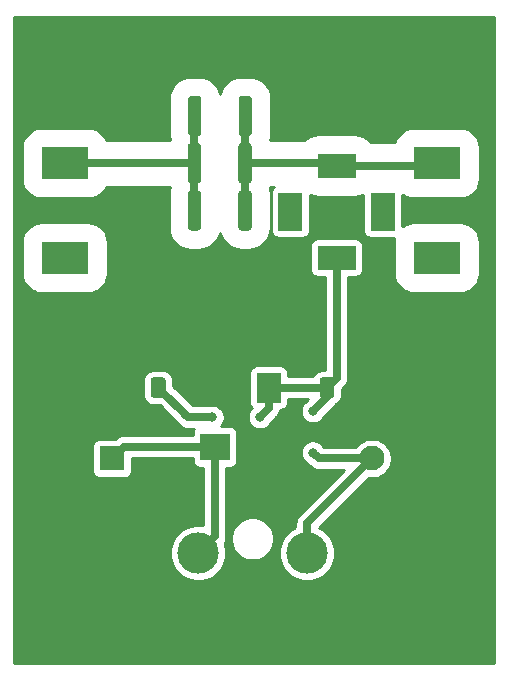
<source format=gbr>
%TF.GenerationSoftware,KiCad,Pcbnew,5.1.6-c6e7f7d~87~ubuntu20.04.1*%
%TF.CreationDate,2020-09-02T03:18:24+02:00*%
%TF.ProjectId,bias-t-injector-smd,62696173-2d74-42d6-996e-6a6563746f72,rev?*%
%TF.SameCoordinates,Original*%
%TF.FileFunction,Copper,L1,Top*%
%TF.FilePolarity,Positive*%
%FSLAX46Y46*%
G04 Gerber Fmt 4.6, Leading zero omitted, Abs format (unit mm)*
G04 Created by KiCad (PCBNEW 5.1.6-c6e7f7d~87~ubuntu20.04.1) date 2020-09-02 03:18:24*
%MOMM*%
%LPD*%
G01*
G04 APERTURE LIST*
%TA.AperFunction,ComponentPad*%
%ADD10R,4.000000X2.700000*%
%TD*%
%TA.AperFunction,ComponentPad*%
%ADD11C,2.100000*%
%TD*%
%TA.AperFunction,ComponentPad*%
%ADD12R,2.100000X2.100000*%
%TD*%
%TA.AperFunction,ComponentPad*%
%ADD13C,7.500000*%
%TD*%
%TA.AperFunction,SMDPad,CuDef*%
%ADD14R,2.000000X2.500000*%
%TD*%
%TA.AperFunction,SMDPad,CuDef*%
%ADD15R,2.500000X2.300000*%
%TD*%
%TA.AperFunction,ComponentPad*%
%ADD16C,3.500000*%
%TD*%
%TA.AperFunction,SMDPad,CuDef*%
%ADD17R,3.200000X2.000000*%
%TD*%
%TA.AperFunction,ConnectorPad*%
%ADD18R,2.000000X3.200000*%
%TD*%
%TA.AperFunction,SMDPad,CuDef*%
%ADD19R,2.000000X3.200000*%
%TD*%
%TA.AperFunction,ViaPad*%
%ADD20C,0.800000*%
%TD*%
%TA.AperFunction,Conductor*%
%ADD21C,0.700000*%
%TD*%
%TA.AperFunction,Conductor*%
%ADD22C,0.254000*%
%TD*%
G04 APERTURE END LIST*
D10*
%TO.P,J1,2*%
%TO.N,/RF-GND*%
X42000000Y-40000000D03*
%TO.P,J1,1*%
%TO.N,/RF*%
X42000000Y-32000000D03*
%TD*%
D11*
%TO.P,J2,2*%
%TO.N,/GND*%
X46000000Y-54460000D03*
D12*
%TO.P,J2,1*%
%TO.N,Net-(D1-Pad1)*%
X46000000Y-57000000D03*
%TD*%
D10*
%TO.P,J3,2*%
%TO.N,/RF-GND*%
X73500000Y-40000000D03*
%TO.P,J3,1*%
%TO.N,/RF+DC*%
X73500000Y-32000000D03*
%TD*%
D11*
%TO.P,LA1,2*%
%TO.N,Net-(C2-Pad1)*%
X68000000Y-57000000D03*
D12*
%TO.P,LA1,1*%
%TO.N,/GND*%
X68000000Y-54460000D03*
%TD*%
D13*
%TO.P,H1,1*%
%TO.N,/GND*%
X44500000Y-23500000D03*
%TD*%
%TO.P,H2,1*%
%TO.N,/GND*%
X71000000Y-70500000D03*
%TD*%
%TO.P,H3,1*%
%TO.N,/GND*%
X44500000Y-70500000D03*
%TD*%
%TO.P,H4,1*%
%TO.N,/GND*%
X71000000Y-23500000D03*
%TD*%
%TO.P,C1,1*%
%TO.N,/RF+DC*%
%TA.AperFunction,SMDPad,CuDef*%
G36*
G01*
X57812500Y-34549999D02*
X57812500Y-37450001D01*
G75*
G02*
X57562501Y-37700000I-249999J0D01*
G01*
X56937499Y-37700000D01*
G75*
G02*
X56687500Y-37450001I0J249999D01*
G01*
X56687500Y-34549999D01*
G75*
G02*
X56937499Y-34300000I249999J0D01*
G01*
X57562501Y-34300000D01*
G75*
G02*
X57812500Y-34549999I0J-249999D01*
G01*
G37*
%TD.AperFunction*%
%TO.P,C1,2*%
%TO.N,/RF*%
%TA.AperFunction,SMDPad,CuDef*%
G36*
G01*
X53537500Y-34549999D02*
X53537500Y-37450001D01*
G75*
G02*
X53287501Y-37700000I-249999J0D01*
G01*
X52662499Y-37700000D01*
G75*
G02*
X52412500Y-37450001I0J249999D01*
G01*
X52412500Y-34549999D01*
G75*
G02*
X52662499Y-34300000I249999J0D01*
G01*
X53287501Y-34300000D01*
G75*
G02*
X53537500Y-34549999I0J-249999D01*
G01*
G37*
%TD.AperFunction*%
%TD*%
%TO.P,C2,2*%
%TO.N,/GND*%
%TA.AperFunction,SMDPad,CuDef*%
G36*
G01*
X47725000Y-50375000D02*
X47725000Y-51625000D01*
G75*
G02*
X47475000Y-51875000I-250000J0D01*
G01*
X46725000Y-51875000D01*
G75*
G02*
X46475000Y-51625000I0J250000D01*
G01*
X46475000Y-50375000D01*
G75*
G02*
X46725000Y-50125000I250000J0D01*
G01*
X47475000Y-50125000D01*
G75*
G02*
X47725000Y-50375000I0J-250000D01*
G01*
G37*
%TD.AperFunction*%
%TO.P,C2,1*%
%TO.N,Net-(C2-Pad1)*%
%TA.AperFunction,SMDPad,CuDef*%
G36*
G01*
X50525000Y-50375000D02*
X50525000Y-51625000D01*
G75*
G02*
X50275000Y-51875000I-250000J0D01*
G01*
X49525000Y-51875000D01*
G75*
G02*
X49275000Y-51625000I0J250000D01*
G01*
X49275000Y-50375000D01*
G75*
G02*
X49525000Y-50125000I250000J0D01*
G01*
X50275000Y-50125000D01*
G75*
G02*
X50525000Y-50375000I0J-250000D01*
G01*
G37*
%TD.AperFunction*%
%TD*%
%TO.P,C3,1*%
%TO.N,Net-(C2-Pad1)*%
%TA.AperFunction,SMDPad,CuDef*%
G36*
G01*
X63575000Y-51625000D02*
X63575000Y-50375000D01*
G75*
G02*
X63825000Y-50125000I250000J0D01*
G01*
X64575000Y-50125000D01*
G75*
G02*
X64825000Y-50375000I0J-250000D01*
G01*
X64825000Y-51625000D01*
G75*
G02*
X64575000Y-51875000I-250000J0D01*
G01*
X63825000Y-51875000D01*
G75*
G02*
X63575000Y-51625000I0J250000D01*
G01*
G37*
%TD.AperFunction*%
%TO.P,C3,2*%
%TO.N,/GND*%
%TA.AperFunction,SMDPad,CuDef*%
G36*
G01*
X66375000Y-51625000D02*
X66375000Y-50375000D01*
G75*
G02*
X66625000Y-50125000I250000J0D01*
G01*
X67375000Y-50125000D01*
G75*
G02*
X67625000Y-50375000I0J-250000D01*
G01*
X67625000Y-51625000D01*
G75*
G02*
X67375000Y-51875000I-250000J0D01*
G01*
X66625000Y-51875000D01*
G75*
G02*
X66375000Y-51625000I0J250000D01*
G01*
G37*
%TD.AperFunction*%
%TD*%
D14*
%TO.P,C4,1*%
%TO.N,Net-(C2-Pad1)*%
X59250000Y-51000000D03*
%TO.P,C4,2*%
%TO.N,/GND*%
X53750000Y-51000000D03*
%TD*%
%TO.P,C5,1*%
%TO.N,/RF+DC*%
%TA.AperFunction,SMDPad,CuDef*%
G36*
G01*
X57812500Y-30549999D02*
X57812500Y-33450001D01*
G75*
G02*
X57562501Y-33700000I-249999J0D01*
G01*
X56937499Y-33700000D01*
G75*
G02*
X56687500Y-33450001I0J249999D01*
G01*
X56687500Y-30549999D01*
G75*
G02*
X56937499Y-30300000I249999J0D01*
G01*
X57562501Y-30300000D01*
G75*
G02*
X57812500Y-30549999I0J-249999D01*
G01*
G37*
%TD.AperFunction*%
%TO.P,C5,2*%
%TO.N,/RF*%
%TA.AperFunction,SMDPad,CuDef*%
G36*
G01*
X53537500Y-30549999D02*
X53537500Y-33450001D01*
G75*
G02*
X53287501Y-33700000I-249999J0D01*
G01*
X52662499Y-33700000D01*
G75*
G02*
X52412500Y-33450001I0J249999D01*
G01*
X52412500Y-30549999D01*
G75*
G02*
X52662499Y-30300000I249999J0D01*
G01*
X53287501Y-30300000D01*
G75*
G02*
X53537500Y-30549999I0J-249999D01*
G01*
G37*
%TD.AperFunction*%
%TD*%
%TO.P,C6,2*%
%TO.N,/RF*%
%TA.AperFunction,SMDPad,CuDef*%
G36*
G01*
X53562500Y-26549999D02*
X53562500Y-29450001D01*
G75*
G02*
X53312501Y-29700000I-249999J0D01*
G01*
X52687499Y-29700000D01*
G75*
G02*
X52437500Y-29450001I0J249999D01*
G01*
X52437500Y-26549999D01*
G75*
G02*
X52687499Y-26300000I249999J0D01*
G01*
X53312501Y-26300000D01*
G75*
G02*
X53562500Y-26549999I0J-249999D01*
G01*
G37*
%TD.AperFunction*%
%TO.P,C6,1*%
%TO.N,/RF+DC*%
%TA.AperFunction,SMDPad,CuDef*%
G36*
G01*
X57837500Y-26549999D02*
X57837500Y-29450001D01*
G75*
G02*
X57587501Y-29700000I-249999J0D01*
G01*
X56962499Y-29700000D01*
G75*
G02*
X56712500Y-29450001I0J249999D01*
G01*
X56712500Y-26549999D01*
G75*
G02*
X56962499Y-26300000I249999J0D01*
G01*
X57587501Y-26300000D01*
G75*
G02*
X57837500Y-26549999I0J-249999D01*
G01*
G37*
%TD.AperFunction*%
%TD*%
D15*
%TO.P,D1,1*%
%TO.N,Net-(D1-Pad1)*%
X54700000Y-56000000D03*
%TO.P,D1,2*%
%TO.N,/GND*%
X59000000Y-56000000D03*
%TD*%
D16*
%TO.P,F1,1*%
%TO.N,Net-(C2-Pad1)*%
X62500000Y-65000000D03*
%TO.P,F1,2*%
%TO.N,Net-(D1-Pad1)*%
X53300000Y-65000000D03*
%TD*%
D17*
%TO.P,L2,1*%
%TO.N,/RF+DC*%
X65000000Y-32200000D03*
%TO.P,L2,2*%
%TO.N,Net-(C2-Pad1)*%
X65000000Y-40000000D03*
D18*
%TO.P,L2,3*%
%TO.N,N/C*%
X61100000Y-36100000D03*
D19*
%TO.P,L2,4*%
X68900000Y-36100000D03*
%TD*%
D20*
%TO.N,Net-(C2-Pad1)*%
X63000000Y-56500000D03*
X63000000Y-53000000D03*
X54500000Y-53500000D03*
X58500000Y-53500000D03*
%TD*%
D21*
%TO.N,/RF+DC*%
X57250000Y-36000000D02*
X57250000Y-32000000D01*
X57250000Y-28025000D02*
X57275000Y-28000000D01*
X57250000Y-32000000D02*
X57250000Y-28025000D01*
X64800000Y-32000000D02*
X65000000Y-32200000D01*
X57250000Y-32000000D02*
X64800000Y-32000000D01*
X73300000Y-32200000D02*
X73500000Y-32000000D01*
X65000000Y-32200000D02*
X73300000Y-32200000D01*
%TO.N,/RF*%
X42000000Y-32000000D02*
X52975000Y-32000000D01*
X52975000Y-28025000D02*
X53000000Y-28000000D01*
X52975000Y-32000000D02*
X52975000Y-28025000D01*
X52975000Y-36000000D02*
X52975000Y-32000000D01*
%TO.N,Net-(D1-Pad1)*%
X47000000Y-56000000D02*
X46000000Y-57000000D01*
X54700000Y-56000000D02*
X47000000Y-56000000D01*
X54700000Y-63600000D02*
X53300000Y-65000000D01*
X54700000Y-56000000D02*
X54700000Y-63600000D01*
%TO.N,/GND*%
X60540000Y-54460000D02*
X59000000Y-56000000D01*
X68000000Y-54460000D02*
X60540000Y-54460000D01*
X67000000Y-53460000D02*
X68000000Y-54460000D01*
X67000000Y-51000000D02*
X67000000Y-53460000D01*
X55000000Y-52000000D02*
X59000000Y-56000000D01*
X55000000Y-51000000D02*
X55000000Y-52000000D01*
X55000000Y-51000000D02*
X53750000Y-51000000D01*
X46000000Y-52100000D02*
X47100000Y-51000000D01*
X46000000Y-54460000D02*
X46000000Y-52100000D01*
%TO.N,Net-(C2-Pad1)*%
X65000000Y-50200000D02*
X64200000Y-51000000D01*
X65000000Y-40000000D02*
X65000000Y-50200000D01*
X64200000Y-51000000D02*
X60500000Y-51000000D01*
X60500000Y-51000000D02*
X59250000Y-51000000D01*
X62500000Y-62500000D02*
X68000000Y-57000000D01*
X62500000Y-65000000D02*
X62500000Y-62500000D01*
X68000000Y-57000000D02*
X63500000Y-57000000D01*
X63500000Y-57000000D02*
X63000000Y-56500000D01*
X64200000Y-51800000D02*
X63000000Y-53000000D01*
X64200000Y-51000000D02*
X64200000Y-51800000D01*
X49900000Y-51000000D02*
X52400000Y-53500000D01*
X53009998Y-53500000D02*
X54500000Y-53500000D01*
X52400000Y-53500000D02*
X52199999Y-53299999D01*
X59250000Y-52750000D02*
X58500000Y-53500000D01*
X59250000Y-51000000D02*
X59250000Y-52750000D01*
X53009998Y-53500000D02*
X52400000Y-53500000D01*
%TD*%
D22*
%TO.N,/GND*%
G36*
X78340001Y-74340000D02*
G01*
X37660000Y-74340000D01*
X37660000Y-55950000D01*
X44311928Y-55950000D01*
X44311928Y-58050000D01*
X44324188Y-58174482D01*
X44360498Y-58294180D01*
X44419463Y-58404494D01*
X44498815Y-58501185D01*
X44595506Y-58580537D01*
X44705820Y-58639502D01*
X44825518Y-58675812D01*
X44950000Y-58688072D01*
X47050000Y-58688072D01*
X47174482Y-58675812D01*
X47294180Y-58639502D01*
X47404494Y-58580537D01*
X47501185Y-58501185D01*
X47580537Y-58404494D01*
X47639502Y-58294180D01*
X47675812Y-58174482D01*
X47688072Y-58050000D01*
X47688072Y-56985000D01*
X52811928Y-56985000D01*
X52811928Y-57150000D01*
X52824188Y-57274482D01*
X52860498Y-57394180D01*
X52919463Y-57504494D01*
X52998815Y-57601185D01*
X53095506Y-57680537D01*
X53205820Y-57739502D01*
X53325518Y-57775812D01*
X53450000Y-57788072D01*
X53715000Y-57788072D01*
X53715001Y-62650824D01*
X53534902Y-62615000D01*
X53065098Y-62615000D01*
X52604321Y-62706654D01*
X52170279Y-62886440D01*
X51779651Y-63147450D01*
X51447450Y-63479651D01*
X51186440Y-63870279D01*
X51006654Y-64304321D01*
X50915000Y-64765098D01*
X50915000Y-65234902D01*
X51006654Y-65695679D01*
X51186440Y-66129721D01*
X51447450Y-66520349D01*
X51779651Y-66852550D01*
X52170279Y-67113560D01*
X52604321Y-67293346D01*
X53065098Y-67385000D01*
X53534902Y-67385000D01*
X53995679Y-67293346D01*
X54429721Y-67113560D01*
X54820349Y-66852550D01*
X55152550Y-66520349D01*
X55413560Y-66129721D01*
X55593346Y-65695679D01*
X55685000Y-65234902D01*
X55685000Y-64765098D01*
X55593346Y-64304321D01*
X55526575Y-64143121D01*
X55614424Y-63978767D01*
X55670747Y-63793094D01*
X55685000Y-63648380D01*
X55687867Y-63619268D01*
X56065000Y-63619268D01*
X56065000Y-63980732D01*
X56135518Y-64335250D01*
X56273844Y-64669199D01*
X56474662Y-64969744D01*
X56730256Y-65225338D01*
X57030801Y-65426156D01*
X57364750Y-65564482D01*
X57719268Y-65635000D01*
X58080732Y-65635000D01*
X58435250Y-65564482D01*
X58769199Y-65426156D01*
X59069744Y-65225338D01*
X59325338Y-64969744D01*
X59462078Y-64765098D01*
X60115000Y-64765098D01*
X60115000Y-65234902D01*
X60206654Y-65695679D01*
X60386440Y-66129721D01*
X60647450Y-66520349D01*
X60979651Y-66852550D01*
X61370279Y-67113560D01*
X61804321Y-67293346D01*
X62265098Y-67385000D01*
X62734902Y-67385000D01*
X63195679Y-67293346D01*
X63629721Y-67113560D01*
X64020349Y-66852550D01*
X64352550Y-66520349D01*
X64613560Y-66129721D01*
X64793346Y-65695679D01*
X64885000Y-65234902D01*
X64885000Y-64765098D01*
X64793346Y-64304321D01*
X64613560Y-63870279D01*
X64352550Y-63479651D01*
X64020349Y-63147450D01*
X63629721Y-62886440D01*
X63542633Y-62850367D01*
X67728913Y-58664088D01*
X67834042Y-58685000D01*
X68165958Y-58685000D01*
X68491496Y-58620246D01*
X68798147Y-58493228D01*
X69074125Y-58308825D01*
X69308825Y-58074125D01*
X69493228Y-57798147D01*
X69620246Y-57491496D01*
X69685000Y-57165958D01*
X69685000Y-56834042D01*
X69620246Y-56508504D01*
X69493228Y-56201853D01*
X69308825Y-55925875D01*
X69074125Y-55691175D01*
X68798147Y-55506772D01*
X68491496Y-55379754D01*
X68165958Y-55315000D01*
X67834042Y-55315000D01*
X67508504Y-55379754D01*
X67201853Y-55506772D01*
X66925875Y-55691175D01*
X66691175Y-55925875D01*
X66631623Y-56015000D01*
X63919382Y-56015000D01*
X63917205Y-56009744D01*
X63803937Y-55840226D01*
X63659774Y-55696063D01*
X63490256Y-55582795D01*
X63301898Y-55504774D01*
X63101939Y-55465000D01*
X62898061Y-55465000D01*
X62698102Y-55504774D01*
X62509744Y-55582795D01*
X62340226Y-55696063D01*
X62196063Y-55840226D01*
X62082795Y-56009744D01*
X62004774Y-56198102D01*
X61965000Y-56398061D01*
X61965000Y-56601939D01*
X62004774Y-56801898D01*
X62082795Y-56990256D01*
X62196063Y-57159774D01*
X62340226Y-57303937D01*
X62509744Y-57417205D01*
X62534431Y-57427431D01*
X62769284Y-57662284D01*
X62800130Y-57699870D01*
X62950116Y-57822960D01*
X63121233Y-57914424D01*
X63306906Y-57970747D01*
X63500000Y-57989765D01*
X63548380Y-57985000D01*
X65621999Y-57985000D01*
X61837711Y-61769289D01*
X61800131Y-61800130D01*
X61677041Y-61950116D01*
X61631393Y-62035518D01*
X61585576Y-62121234D01*
X61529253Y-62306907D01*
X61510235Y-62500000D01*
X61515001Y-62548390D01*
X61515001Y-62826494D01*
X61370279Y-62886440D01*
X60979651Y-63147450D01*
X60647450Y-63479651D01*
X60386440Y-63870279D01*
X60206654Y-64304321D01*
X60115000Y-64765098D01*
X59462078Y-64765098D01*
X59526156Y-64669199D01*
X59664482Y-64335250D01*
X59735000Y-63980732D01*
X59735000Y-63619268D01*
X59664482Y-63264750D01*
X59526156Y-62930801D01*
X59325338Y-62630256D01*
X59069744Y-62374662D01*
X58769199Y-62173844D01*
X58435250Y-62035518D01*
X58080732Y-61965000D01*
X57719268Y-61965000D01*
X57364750Y-62035518D01*
X57030801Y-62173844D01*
X56730256Y-62374662D01*
X56474662Y-62630256D01*
X56273844Y-62930801D01*
X56135518Y-63264750D01*
X56065000Y-63619268D01*
X55687867Y-63619268D01*
X55689765Y-63600000D01*
X55685000Y-63551620D01*
X55685000Y-57788072D01*
X55950000Y-57788072D01*
X56074482Y-57775812D01*
X56194180Y-57739502D01*
X56304494Y-57680537D01*
X56401185Y-57601185D01*
X56480537Y-57504494D01*
X56539502Y-57394180D01*
X56575812Y-57274482D01*
X56588072Y-57150000D01*
X56588072Y-54850000D01*
X56575812Y-54725518D01*
X56539502Y-54605820D01*
X56480537Y-54495506D01*
X56401185Y-54398815D01*
X56304494Y-54319463D01*
X56194180Y-54260498D01*
X56074482Y-54224188D01*
X55950000Y-54211928D01*
X55251783Y-54211928D01*
X55303937Y-54159774D01*
X55417205Y-53990256D01*
X55495226Y-53801898D01*
X55535000Y-53601939D01*
X55535000Y-53398061D01*
X57465000Y-53398061D01*
X57465000Y-53601939D01*
X57504774Y-53801898D01*
X57582795Y-53990256D01*
X57696063Y-54159774D01*
X57840226Y-54303937D01*
X58009744Y-54417205D01*
X58198102Y-54495226D01*
X58398061Y-54535000D01*
X58601939Y-54535000D01*
X58801898Y-54495226D01*
X58990256Y-54417205D01*
X59159774Y-54303937D01*
X59303937Y-54159774D01*
X59417205Y-53990256D01*
X59427431Y-53965569D01*
X59912284Y-53480716D01*
X59949870Y-53449870D01*
X60072960Y-53299884D01*
X60164424Y-53128767D01*
X60220747Y-52943094D01*
X60226166Y-52888072D01*
X60250000Y-52888072D01*
X60374482Y-52875812D01*
X60494180Y-52839502D01*
X60604494Y-52780537D01*
X60701185Y-52701185D01*
X60780537Y-52604494D01*
X60839502Y-52494180D01*
X60875812Y-52374482D01*
X60888072Y-52250000D01*
X60888072Y-51985000D01*
X62622000Y-51985000D01*
X62534431Y-52072569D01*
X62509744Y-52082795D01*
X62340226Y-52196063D01*
X62196063Y-52340226D01*
X62082795Y-52509744D01*
X62004774Y-52698102D01*
X61965000Y-52898061D01*
X61965000Y-53101939D01*
X62004774Y-53301898D01*
X62082795Y-53490256D01*
X62196063Y-53659774D01*
X62340226Y-53803937D01*
X62509744Y-53917205D01*
X62698102Y-53995226D01*
X62898061Y-54035000D01*
X63101939Y-54035000D01*
X63301898Y-53995226D01*
X63490256Y-53917205D01*
X63659774Y-53803937D01*
X63803937Y-53659774D01*
X63917205Y-53490256D01*
X63927431Y-53465569D01*
X64862284Y-52530716D01*
X64899870Y-52499870D01*
X64967694Y-52417226D01*
X65068386Y-52363405D01*
X65202962Y-52252962D01*
X65313405Y-52118386D01*
X65395472Y-51964850D01*
X65446008Y-51798254D01*
X65463072Y-51625000D01*
X65463072Y-51129929D01*
X65662289Y-50930712D01*
X65699870Y-50899870D01*
X65822960Y-50749884D01*
X65914424Y-50578767D01*
X65970747Y-50393094D01*
X65985000Y-50248380D01*
X65989765Y-50200000D01*
X65985000Y-50151620D01*
X65985000Y-41638072D01*
X66600000Y-41638072D01*
X66724482Y-41625812D01*
X66844180Y-41589502D01*
X66954494Y-41530537D01*
X67051185Y-41451185D01*
X67130537Y-41354494D01*
X67189502Y-41244180D01*
X67225812Y-41124482D01*
X67238072Y-41000000D01*
X67238072Y-39000000D01*
X67225812Y-38875518D01*
X67189502Y-38755820D01*
X67130537Y-38645506D01*
X67051185Y-38548815D01*
X66954494Y-38469463D01*
X66844180Y-38410498D01*
X66724482Y-38374188D01*
X66600000Y-38361928D01*
X63400000Y-38361928D01*
X63275518Y-38374188D01*
X63155820Y-38410498D01*
X63045506Y-38469463D01*
X62948815Y-38548815D01*
X62869463Y-38645506D01*
X62810498Y-38755820D01*
X62774188Y-38875518D01*
X62761928Y-39000000D01*
X62761928Y-41000000D01*
X62774188Y-41124482D01*
X62810498Y-41244180D01*
X62869463Y-41354494D01*
X62948815Y-41451185D01*
X63045506Y-41530537D01*
X63155820Y-41589502D01*
X63275518Y-41625812D01*
X63400000Y-41638072D01*
X64015000Y-41638072D01*
X64015001Y-49486928D01*
X63825000Y-49486928D01*
X63651746Y-49503992D01*
X63485150Y-49554528D01*
X63331614Y-49636595D01*
X63197038Y-49747038D01*
X63086595Y-49881614D01*
X63015298Y-50015000D01*
X60888072Y-50015000D01*
X60888072Y-49750000D01*
X60875812Y-49625518D01*
X60839502Y-49505820D01*
X60780537Y-49395506D01*
X60701185Y-49298815D01*
X60604494Y-49219463D01*
X60494180Y-49160498D01*
X60374482Y-49124188D01*
X60250000Y-49111928D01*
X58250000Y-49111928D01*
X58125518Y-49124188D01*
X58005820Y-49160498D01*
X57895506Y-49219463D01*
X57798815Y-49298815D01*
X57719463Y-49395506D01*
X57660498Y-49505820D01*
X57624188Y-49625518D01*
X57611928Y-49750000D01*
X57611928Y-52250000D01*
X57624188Y-52374482D01*
X57660498Y-52494180D01*
X57719463Y-52604494D01*
X57798815Y-52701185D01*
X57818747Y-52717542D01*
X57696063Y-52840226D01*
X57582795Y-53009744D01*
X57504774Y-53198102D01*
X57465000Y-53398061D01*
X55535000Y-53398061D01*
X55495226Y-53198102D01*
X55417205Y-53009744D01*
X55303937Y-52840226D01*
X55159774Y-52696063D01*
X54990256Y-52582795D01*
X54801898Y-52504774D01*
X54601939Y-52465000D01*
X54398061Y-52465000D01*
X54198102Y-52504774D01*
X54173414Y-52515000D01*
X52808001Y-52515000D01*
X51163072Y-50870072D01*
X51163072Y-50375000D01*
X51146008Y-50201746D01*
X51095472Y-50035150D01*
X51013405Y-49881614D01*
X50902962Y-49747038D01*
X50768386Y-49636595D01*
X50614850Y-49554528D01*
X50448254Y-49503992D01*
X50275000Y-49486928D01*
X49525000Y-49486928D01*
X49351746Y-49503992D01*
X49185150Y-49554528D01*
X49031614Y-49636595D01*
X48897038Y-49747038D01*
X48786595Y-49881614D01*
X48704528Y-50035150D01*
X48653992Y-50201746D01*
X48636928Y-50375000D01*
X48636928Y-51625000D01*
X48653992Y-51798254D01*
X48704528Y-51964850D01*
X48786595Y-52118386D01*
X48897038Y-52252962D01*
X49031614Y-52363405D01*
X49185150Y-52445472D01*
X49351746Y-52496008D01*
X49525000Y-52513072D01*
X50020072Y-52513072D01*
X51669289Y-54162290D01*
X51700130Y-54199870D01*
X51850116Y-54322960D01*
X51992031Y-54398815D01*
X52021233Y-54414424D01*
X52206906Y-54470747D01*
X52399999Y-54489765D01*
X52400000Y-54489765D01*
X52448380Y-54485000D01*
X52928085Y-54485000D01*
X52919463Y-54495506D01*
X52860498Y-54605820D01*
X52824188Y-54725518D01*
X52811928Y-54850000D01*
X52811928Y-55015000D01*
X47048380Y-55015000D01*
X47000000Y-55010235D01*
X46951620Y-55015000D01*
X46806906Y-55029253D01*
X46621233Y-55085576D01*
X46450116Y-55177040D01*
X46300130Y-55300130D01*
X46290448Y-55311928D01*
X44950000Y-55311928D01*
X44825518Y-55324188D01*
X44705820Y-55360498D01*
X44595506Y-55419463D01*
X44498815Y-55498815D01*
X44419463Y-55595506D01*
X44360498Y-55705820D01*
X44324188Y-55825518D01*
X44311928Y-55950000D01*
X37660000Y-55950000D01*
X37660000Y-38650000D01*
X38365128Y-38650000D01*
X38365128Y-41350000D01*
X38396542Y-41668948D01*
X38489575Y-41975638D01*
X38640654Y-42258286D01*
X38843971Y-42506029D01*
X39091714Y-42709346D01*
X39374362Y-42860425D01*
X39681052Y-42953458D01*
X40000000Y-42984872D01*
X44000000Y-42984872D01*
X44318948Y-42953458D01*
X44625638Y-42860425D01*
X44908286Y-42709346D01*
X45156029Y-42506029D01*
X45359346Y-42258286D01*
X45510425Y-41975638D01*
X45603458Y-41668948D01*
X45634872Y-41350000D01*
X45634872Y-38650000D01*
X45603458Y-38331052D01*
X45510425Y-38024362D01*
X45359346Y-37741714D01*
X45156029Y-37493971D01*
X44908286Y-37290654D01*
X44625638Y-37139575D01*
X44318948Y-37046542D01*
X44000000Y-37015128D01*
X40000000Y-37015128D01*
X39681052Y-37046542D01*
X39374362Y-37139575D01*
X39091714Y-37290654D01*
X38843971Y-37493971D01*
X38640654Y-37741714D01*
X38489575Y-38024362D01*
X38396542Y-38331052D01*
X38365128Y-38650000D01*
X37660000Y-38650000D01*
X37660000Y-30650000D01*
X38365128Y-30650000D01*
X38365128Y-33350000D01*
X38396542Y-33668948D01*
X38489575Y-33975638D01*
X38640654Y-34258286D01*
X38843971Y-34506029D01*
X39091714Y-34709346D01*
X39374362Y-34860425D01*
X39681052Y-34953458D01*
X40000000Y-34984872D01*
X44000000Y-34984872D01*
X44318948Y-34953458D01*
X44625638Y-34860425D01*
X44908286Y-34709346D01*
X45156029Y-34506029D01*
X45359346Y-34258286D01*
X45509697Y-33977000D01*
X50862162Y-33977000D01*
X50869139Y-34000000D01*
X50813845Y-34182279D01*
X50777628Y-34549999D01*
X50777628Y-37450001D01*
X50813845Y-37817721D01*
X50921105Y-38171310D01*
X51095286Y-38497179D01*
X51329694Y-38782806D01*
X51615321Y-39017214D01*
X51941190Y-39191395D01*
X52294779Y-39298655D01*
X52662499Y-39334872D01*
X53287501Y-39334872D01*
X53655221Y-39298655D01*
X54008810Y-39191395D01*
X54334679Y-39017214D01*
X54620306Y-38782806D01*
X54854714Y-38497179D01*
X55028895Y-38171310D01*
X55112500Y-37895701D01*
X55196105Y-38171310D01*
X55370286Y-38497179D01*
X55604694Y-38782806D01*
X55890321Y-39017214D01*
X56216190Y-39191395D01*
X56569779Y-39298655D01*
X56937499Y-39334872D01*
X57562501Y-39334872D01*
X57930221Y-39298655D01*
X58283810Y-39191395D01*
X58609679Y-39017214D01*
X58895306Y-38782806D01*
X59129714Y-38497179D01*
X59303895Y-38171310D01*
X59411155Y-37817721D01*
X59447372Y-37450001D01*
X59447372Y-34549999D01*
X59411155Y-34182279D01*
X59355861Y-34000000D01*
X59362838Y-33977000D01*
X59736322Y-33977000D01*
X59648815Y-34048815D01*
X59569463Y-34145506D01*
X59510498Y-34255820D01*
X59474188Y-34375518D01*
X59461928Y-34500000D01*
X59461928Y-37700000D01*
X59474188Y-37824482D01*
X59510498Y-37944180D01*
X59569463Y-38054494D01*
X59648815Y-38151185D01*
X59745506Y-38230537D01*
X59855820Y-38289502D01*
X59975518Y-38325812D01*
X60100000Y-38338072D01*
X62100000Y-38338072D01*
X62224482Y-38325812D01*
X62344180Y-38289502D01*
X62454494Y-38230537D01*
X62551185Y-38151185D01*
X62630537Y-38054494D01*
X62689502Y-37944180D01*
X62725812Y-37824482D01*
X62738072Y-37700000D01*
X62738072Y-34691028D01*
X62774362Y-34710425D01*
X63081052Y-34803458D01*
X63400000Y-34834872D01*
X66600000Y-34834872D01*
X66918948Y-34803458D01*
X67225638Y-34710425D01*
X67261928Y-34691028D01*
X67261928Y-37700000D01*
X67274188Y-37824482D01*
X67310498Y-37944180D01*
X67369463Y-38054494D01*
X67448815Y-38151185D01*
X67545506Y-38230537D01*
X67655820Y-38289502D01*
X67775518Y-38325812D01*
X67900000Y-38338072D01*
X69895851Y-38338072D01*
X69865128Y-38650000D01*
X69865128Y-41350000D01*
X69896542Y-41668948D01*
X69989575Y-41975638D01*
X70140654Y-42258286D01*
X70343971Y-42506029D01*
X70591714Y-42709346D01*
X70874362Y-42860425D01*
X71181052Y-42953458D01*
X71500000Y-42984872D01*
X75500000Y-42984872D01*
X75818948Y-42953458D01*
X76125638Y-42860425D01*
X76408286Y-42709346D01*
X76656029Y-42506029D01*
X76859346Y-42258286D01*
X77010425Y-41975638D01*
X77103458Y-41668948D01*
X77134872Y-41350000D01*
X77134872Y-38650000D01*
X77103458Y-38331052D01*
X77010425Y-38024362D01*
X76859346Y-37741714D01*
X76656029Y-37493971D01*
X76408286Y-37290654D01*
X76125638Y-37139575D01*
X75818948Y-37046542D01*
X75500000Y-37015128D01*
X71500000Y-37015128D01*
X71181052Y-37046542D01*
X70874362Y-37139575D01*
X70591714Y-37290654D01*
X70538072Y-37334677D01*
X70538072Y-34665323D01*
X70591714Y-34709346D01*
X70874362Y-34860425D01*
X71181052Y-34953458D01*
X71500000Y-34984872D01*
X75500000Y-34984872D01*
X75818948Y-34953458D01*
X76125638Y-34860425D01*
X76408286Y-34709346D01*
X76656029Y-34506029D01*
X76859346Y-34258286D01*
X77010425Y-33975638D01*
X77103458Y-33668948D01*
X77134872Y-33350000D01*
X77134872Y-30650000D01*
X77103458Y-30331052D01*
X77010425Y-30024362D01*
X76859346Y-29741714D01*
X76656029Y-29493971D01*
X76408286Y-29290654D01*
X76125638Y-29139575D01*
X75818948Y-29046542D01*
X75500000Y-29015128D01*
X71500000Y-29015128D01*
X71181052Y-29046542D01*
X70874362Y-29139575D01*
X70591714Y-29290654D01*
X70343971Y-29493971D01*
X70140654Y-29741714D01*
X69989575Y-30024362D01*
X69929319Y-30223000D01*
X67902954Y-30223000D01*
X67756029Y-30043971D01*
X67508286Y-29840654D01*
X67225638Y-29689575D01*
X66918948Y-29596542D01*
X66600000Y-29565128D01*
X63400000Y-29565128D01*
X63081052Y-29596542D01*
X62774362Y-29689575D01*
X62491714Y-29840654D01*
X62269524Y-30023000D01*
X59373884Y-30023000D01*
X59436155Y-29817721D01*
X59472372Y-29450001D01*
X59472372Y-26549999D01*
X59436155Y-26182279D01*
X59328895Y-25828690D01*
X59154714Y-25502821D01*
X58920306Y-25217194D01*
X58634679Y-24982786D01*
X58308810Y-24808605D01*
X57955221Y-24701345D01*
X57587501Y-24665128D01*
X56962499Y-24665128D01*
X56594779Y-24701345D01*
X56241190Y-24808605D01*
X55915321Y-24982786D01*
X55629694Y-25217194D01*
X55395286Y-25502821D01*
X55221105Y-25828690D01*
X55137500Y-26104299D01*
X55053895Y-25828690D01*
X54879714Y-25502821D01*
X54645306Y-25217194D01*
X54359679Y-24982786D01*
X54033810Y-24808605D01*
X53680221Y-24701345D01*
X53312501Y-24665128D01*
X52687499Y-24665128D01*
X52319779Y-24701345D01*
X51966190Y-24808605D01*
X51640321Y-24982786D01*
X51354694Y-25217194D01*
X51120286Y-25502821D01*
X50946105Y-25828690D01*
X50838845Y-26182279D01*
X50802628Y-26549999D01*
X50802628Y-29450001D01*
X50838845Y-29817721D01*
X50881639Y-29958793D01*
X50862162Y-30023000D01*
X45509697Y-30023000D01*
X45359346Y-29741714D01*
X45156029Y-29493971D01*
X44908286Y-29290654D01*
X44625638Y-29139575D01*
X44318948Y-29046542D01*
X44000000Y-29015128D01*
X40000000Y-29015128D01*
X39681052Y-29046542D01*
X39374362Y-29139575D01*
X39091714Y-29290654D01*
X38843971Y-29493971D01*
X38640654Y-29741714D01*
X38489575Y-30024362D01*
X38396542Y-30331052D01*
X38365128Y-30650000D01*
X37660000Y-30650000D01*
X37660000Y-19660000D01*
X78340000Y-19660000D01*
X78340001Y-74340000D01*
G37*
X78340001Y-74340000D02*
X37660000Y-74340000D01*
X37660000Y-55950000D01*
X44311928Y-55950000D01*
X44311928Y-58050000D01*
X44324188Y-58174482D01*
X44360498Y-58294180D01*
X44419463Y-58404494D01*
X44498815Y-58501185D01*
X44595506Y-58580537D01*
X44705820Y-58639502D01*
X44825518Y-58675812D01*
X44950000Y-58688072D01*
X47050000Y-58688072D01*
X47174482Y-58675812D01*
X47294180Y-58639502D01*
X47404494Y-58580537D01*
X47501185Y-58501185D01*
X47580537Y-58404494D01*
X47639502Y-58294180D01*
X47675812Y-58174482D01*
X47688072Y-58050000D01*
X47688072Y-56985000D01*
X52811928Y-56985000D01*
X52811928Y-57150000D01*
X52824188Y-57274482D01*
X52860498Y-57394180D01*
X52919463Y-57504494D01*
X52998815Y-57601185D01*
X53095506Y-57680537D01*
X53205820Y-57739502D01*
X53325518Y-57775812D01*
X53450000Y-57788072D01*
X53715000Y-57788072D01*
X53715001Y-62650824D01*
X53534902Y-62615000D01*
X53065098Y-62615000D01*
X52604321Y-62706654D01*
X52170279Y-62886440D01*
X51779651Y-63147450D01*
X51447450Y-63479651D01*
X51186440Y-63870279D01*
X51006654Y-64304321D01*
X50915000Y-64765098D01*
X50915000Y-65234902D01*
X51006654Y-65695679D01*
X51186440Y-66129721D01*
X51447450Y-66520349D01*
X51779651Y-66852550D01*
X52170279Y-67113560D01*
X52604321Y-67293346D01*
X53065098Y-67385000D01*
X53534902Y-67385000D01*
X53995679Y-67293346D01*
X54429721Y-67113560D01*
X54820349Y-66852550D01*
X55152550Y-66520349D01*
X55413560Y-66129721D01*
X55593346Y-65695679D01*
X55685000Y-65234902D01*
X55685000Y-64765098D01*
X55593346Y-64304321D01*
X55526575Y-64143121D01*
X55614424Y-63978767D01*
X55670747Y-63793094D01*
X55685000Y-63648380D01*
X55687867Y-63619268D01*
X56065000Y-63619268D01*
X56065000Y-63980732D01*
X56135518Y-64335250D01*
X56273844Y-64669199D01*
X56474662Y-64969744D01*
X56730256Y-65225338D01*
X57030801Y-65426156D01*
X57364750Y-65564482D01*
X57719268Y-65635000D01*
X58080732Y-65635000D01*
X58435250Y-65564482D01*
X58769199Y-65426156D01*
X59069744Y-65225338D01*
X59325338Y-64969744D01*
X59462078Y-64765098D01*
X60115000Y-64765098D01*
X60115000Y-65234902D01*
X60206654Y-65695679D01*
X60386440Y-66129721D01*
X60647450Y-66520349D01*
X60979651Y-66852550D01*
X61370279Y-67113560D01*
X61804321Y-67293346D01*
X62265098Y-67385000D01*
X62734902Y-67385000D01*
X63195679Y-67293346D01*
X63629721Y-67113560D01*
X64020349Y-66852550D01*
X64352550Y-66520349D01*
X64613560Y-66129721D01*
X64793346Y-65695679D01*
X64885000Y-65234902D01*
X64885000Y-64765098D01*
X64793346Y-64304321D01*
X64613560Y-63870279D01*
X64352550Y-63479651D01*
X64020349Y-63147450D01*
X63629721Y-62886440D01*
X63542633Y-62850367D01*
X67728913Y-58664088D01*
X67834042Y-58685000D01*
X68165958Y-58685000D01*
X68491496Y-58620246D01*
X68798147Y-58493228D01*
X69074125Y-58308825D01*
X69308825Y-58074125D01*
X69493228Y-57798147D01*
X69620246Y-57491496D01*
X69685000Y-57165958D01*
X69685000Y-56834042D01*
X69620246Y-56508504D01*
X69493228Y-56201853D01*
X69308825Y-55925875D01*
X69074125Y-55691175D01*
X68798147Y-55506772D01*
X68491496Y-55379754D01*
X68165958Y-55315000D01*
X67834042Y-55315000D01*
X67508504Y-55379754D01*
X67201853Y-55506772D01*
X66925875Y-55691175D01*
X66691175Y-55925875D01*
X66631623Y-56015000D01*
X63919382Y-56015000D01*
X63917205Y-56009744D01*
X63803937Y-55840226D01*
X63659774Y-55696063D01*
X63490256Y-55582795D01*
X63301898Y-55504774D01*
X63101939Y-55465000D01*
X62898061Y-55465000D01*
X62698102Y-55504774D01*
X62509744Y-55582795D01*
X62340226Y-55696063D01*
X62196063Y-55840226D01*
X62082795Y-56009744D01*
X62004774Y-56198102D01*
X61965000Y-56398061D01*
X61965000Y-56601939D01*
X62004774Y-56801898D01*
X62082795Y-56990256D01*
X62196063Y-57159774D01*
X62340226Y-57303937D01*
X62509744Y-57417205D01*
X62534431Y-57427431D01*
X62769284Y-57662284D01*
X62800130Y-57699870D01*
X62950116Y-57822960D01*
X63121233Y-57914424D01*
X63306906Y-57970747D01*
X63500000Y-57989765D01*
X63548380Y-57985000D01*
X65621999Y-57985000D01*
X61837711Y-61769289D01*
X61800131Y-61800130D01*
X61677041Y-61950116D01*
X61631393Y-62035518D01*
X61585576Y-62121234D01*
X61529253Y-62306907D01*
X61510235Y-62500000D01*
X61515001Y-62548390D01*
X61515001Y-62826494D01*
X61370279Y-62886440D01*
X60979651Y-63147450D01*
X60647450Y-63479651D01*
X60386440Y-63870279D01*
X60206654Y-64304321D01*
X60115000Y-64765098D01*
X59462078Y-64765098D01*
X59526156Y-64669199D01*
X59664482Y-64335250D01*
X59735000Y-63980732D01*
X59735000Y-63619268D01*
X59664482Y-63264750D01*
X59526156Y-62930801D01*
X59325338Y-62630256D01*
X59069744Y-62374662D01*
X58769199Y-62173844D01*
X58435250Y-62035518D01*
X58080732Y-61965000D01*
X57719268Y-61965000D01*
X57364750Y-62035518D01*
X57030801Y-62173844D01*
X56730256Y-62374662D01*
X56474662Y-62630256D01*
X56273844Y-62930801D01*
X56135518Y-63264750D01*
X56065000Y-63619268D01*
X55687867Y-63619268D01*
X55689765Y-63600000D01*
X55685000Y-63551620D01*
X55685000Y-57788072D01*
X55950000Y-57788072D01*
X56074482Y-57775812D01*
X56194180Y-57739502D01*
X56304494Y-57680537D01*
X56401185Y-57601185D01*
X56480537Y-57504494D01*
X56539502Y-57394180D01*
X56575812Y-57274482D01*
X56588072Y-57150000D01*
X56588072Y-54850000D01*
X56575812Y-54725518D01*
X56539502Y-54605820D01*
X56480537Y-54495506D01*
X56401185Y-54398815D01*
X56304494Y-54319463D01*
X56194180Y-54260498D01*
X56074482Y-54224188D01*
X55950000Y-54211928D01*
X55251783Y-54211928D01*
X55303937Y-54159774D01*
X55417205Y-53990256D01*
X55495226Y-53801898D01*
X55535000Y-53601939D01*
X55535000Y-53398061D01*
X57465000Y-53398061D01*
X57465000Y-53601939D01*
X57504774Y-53801898D01*
X57582795Y-53990256D01*
X57696063Y-54159774D01*
X57840226Y-54303937D01*
X58009744Y-54417205D01*
X58198102Y-54495226D01*
X58398061Y-54535000D01*
X58601939Y-54535000D01*
X58801898Y-54495226D01*
X58990256Y-54417205D01*
X59159774Y-54303937D01*
X59303937Y-54159774D01*
X59417205Y-53990256D01*
X59427431Y-53965569D01*
X59912284Y-53480716D01*
X59949870Y-53449870D01*
X60072960Y-53299884D01*
X60164424Y-53128767D01*
X60220747Y-52943094D01*
X60226166Y-52888072D01*
X60250000Y-52888072D01*
X60374482Y-52875812D01*
X60494180Y-52839502D01*
X60604494Y-52780537D01*
X60701185Y-52701185D01*
X60780537Y-52604494D01*
X60839502Y-52494180D01*
X60875812Y-52374482D01*
X60888072Y-52250000D01*
X60888072Y-51985000D01*
X62622000Y-51985000D01*
X62534431Y-52072569D01*
X62509744Y-52082795D01*
X62340226Y-52196063D01*
X62196063Y-52340226D01*
X62082795Y-52509744D01*
X62004774Y-52698102D01*
X61965000Y-52898061D01*
X61965000Y-53101939D01*
X62004774Y-53301898D01*
X62082795Y-53490256D01*
X62196063Y-53659774D01*
X62340226Y-53803937D01*
X62509744Y-53917205D01*
X62698102Y-53995226D01*
X62898061Y-54035000D01*
X63101939Y-54035000D01*
X63301898Y-53995226D01*
X63490256Y-53917205D01*
X63659774Y-53803937D01*
X63803937Y-53659774D01*
X63917205Y-53490256D01*
X63927431Y-53465569D01*
X64862284Y-52530716D01*
X64899870Y-52499870D01*
X64967694Y-52417226D01*
X65068386Y-52363405D01*
X65202962Y-52252962D01*
X65313405Y-52118386D01*
X65395472Y-51964850D01*
X65446008Y-51798254D01*
X65463072Y-51625000D01*
X65463072Y-51129929D01*
X65662289Y-50930712D01*
X65699870Y-50899870D01*
X65822960Y-50749884D01*
X65914424Y-50578767D01*
X65970747Y-50393094D01*
X65985000Y-50248380D01*
X65989765Y-50200000D01*
X65985000Y-50151620D01*
X65985000Y-41638072D01*
X66600000Y-41638072D01*
X66724482Y-41625812D01*
X66844180Y-41589502D01*
X66954494Y-41530537D01*
X67051185Y-41451185D01*
X67130537Y-41354494D01*
X67189502Y-41244180D01*
X67225812Y-41124482D01*
X67238072Y-41000000D01*
X67238072Y-39000000D01*
X67225812Y-38875518D01*
X67189502Y-38755820D01*
X67130537Y-38645506D01*
X67051185Y-38548815D01*
X66954494Y-38469463D01*
X66844180Y-38410498D01*
X66724482Y-38374188D01*
X66600000Y-38361928D01*
X63400000Y-38361928D01*
X63275518Y-38374188D01*
X63155820Y-38410498D01*
X63045506Y-38469463D01*
X62948815Y-38548815D01*
X62869463Y-38645506D01*
X62810498Y-38755820D01*
X62774188Y-38875518D01*
X62761928Y-39000000D01*
X62761928Y-41000000D01*
X62774188Y-41124482D01*
X62810498Y-41244180D01*
X62869463Y-41354494D01*
X62948815Y-41451185D01*
X63045506Y-41530537D01*
X63155820Y-41589502D01*
X63275518Y-41625812D01*
X63400000Y-41638072D01*
X64015000Y-41638072D01*
X64015001Y-49486928D01*
X63825000Y-49486928D01*
X63651746Y-49503992D01*
X63485150Y-49554528D01*
X63331614Y-49636595D01*
X63197038Y-49747038D01*
X63086595Y-49881614D01*
X63015298Y-50015000D01*
X60888072Y-50015000D01*
X60888072Y-49750000D01*
X60875812Y-49625518D01*
X60839502Y-49505820D01*
X60780537Y-49395506D01*
X60701185Y-49298815D01*
X60604494Y-49219463D01*
X60494180Y-49160498D01*
X60374482Y-49124188D01*
X60250000Y-49111928D01*
X58250000Y-49111928D01*
X58125518Y-49124188D01*
X58005820Y-49160498D01*
X57895506Y-49219463D01*
X57798815Y-49298815D01*
X57719463Y-49395506D01*
X57660498Y-49505820D01*
X57624188Y-49625518D01*
X57611928Y-49750000D01*
X57611928Y-52250000D01*
X57624188Y-52374482D01*
X57660498Y-52494180D01*
X57719463Y-52604494D01*
X57798815Y-52701185D01*
X57818747Y-52717542D01*
X57696063Y-52840226D01*
X57582795Y-53009744D01*
X57504774Y-53198102D01*
X57465000Y-53398061D01*
X55535000Y-53398061D01*
X55495226Y-53198102D01*
X55417205Y-53009744D01*
X55303937Y-52840226D01*
X55159774Y-52696063D01*
X54990256Y-52582795D01*
X54801898Y-52504774D01*
X54601939Y-52465000D01*
X54398061Y-52465000D01*
X54198102Y-52504774D01*
X54173414Y-52515000D01*
X52808001Y-52515000D01*
X51163072Y-50870072D01*
X51163072Y-50375000D01*
X51146008Y-50201746D01*
X51095472Y-50035150D01*
X51013405Y-49881614D01*
X50902962Y-49747038D01*
X50768386Y-49636595D01*
X50614850Y-49554528D01*
X50448254Y-49503992D01*
X50275000Y-49486928D01*
X49525000Y-49486928D01*
X49351746Y-49503992D01*
X49185150Y-49554528D01*
X49031614Y-49636595D01*
X48897038Y-49747038D01*
X48786595Y-49881614D01*
X48704528Y-50035150D01*
X48653992Y-50201746D01*
X48636928Y-50375000D01*
X48636928Y-51625000D01*
X48653992Y-51798254D01*
X48704528Y-51964850D01*
X48786595Y-52118386D01*
X48897038Y-52252962D01*
X49031614Y-52363405D01*
X49185150Y-52445472D01*
X49351746Y-52496008D01*
X49525000Y-52513072D01*
X50020072Y-52513072D01*
X51669289Y-54162290D01*
X51700130Y-54199870D01*
X51850116Y-54322960D01*
X51992031Y-54398815D01*
X52021233Y-54414424D01*
X52206906Y-54470747D01*
X52399999Y-54489765D01*
X52400000Y-54489765D01*
X52448380Y-54485000D01*
X52928085Y-54485000D01*
X52919463Y-54495506D01*
X52860498Y-54605820D01*
X52824188Y-54725518D01*
X52811928Y-54850000D01*
X52811928Y-55015000D01*
X47048380Y-55015000D01*
X47000000Y-55010235D01*
X46951620Y-55015000D01*
X46806906Y-55029253D01*
X46621233Y-55085576D01*
X46450116Y-55177040D01*
X46300130Y-55300130D01*
X46290448Y-55311928D01*
X44950000Y-55311928D01*
X44825518Y-55324188D01*
X44705820Y-55360498D01*
X44595506Y-55419463D01*
X44498815Y-55498815D01*
X44419463Y-55595506D01*
X44360498Y-55705820D01*
X44324188Y-55825518D01*
X44311928Y-55950000D01*
X37660000Y-55950000D01*
X37660000Y-38650000D01*
X38365128Y-38650000D01*
X38365128Y-41350000D01*
X38396542Y-41668948D01*
X38489575Y-41975638D01*
X38640654Y-42258286D01*
X38843971Y-42506029D01*
X39091714Y-42709346D01*
X39374362Y-42860425D01*
X39681052Y-42953458D01*
X40000000Y-42984872D01*
X44000000Y-42984872D01*
X44318948Y-42953458D01*
X44625638Y-42860425D01*
X44908286Y-42709346D01*
X45156029Y-42506029D01*
X45359346Y-42258286D01*
X45510425Y-41975638D01*
X45603458Y-41668948D01*
X45634872Y-41350000D01*
X45634872Y-38650000D01*
X45603458Y-38331052D01*
X45510425Y-38024362D01*
X45359346Y-37741714D01*
X45156029Y-37493971D01*
X44908286Y-37290654D01*
X44625638Y-37139575D01*
X44318948Y-37046542D01*
X44000000Y-37015128D01*
X40000000Y-37015128D01*
X39681052Y-37046542D01*
X39374362Y-37139575D01*
X39091714Y-37290654D01*
X38843971Y-37493971D01*
X38640654Y-37741714D01*
X38489575Y-38024362D01*
X38396542Y-38331052D01*
X38365128Y-38650000D01*
X37660000Y-38650000D01*
X37660000Y-30650000D01*
X38365128Y-30650000D01*
X38365128Y-33350000D01*
X38396542Y-33668948D01*
X38489575Y-33975638D01*
X38640654Y-34258286D01*
X38843971Y-34506029D01*
X39091714Y-34709346D01*
X39374362Y-34860425D01*
X39681052Y-34953458D01*
X40000000Y-34984872D01*
X44000000Y-34984872D01*
X44318948Y-34953458D01*
X44625638Y-34860425D01*
X44908286Y-34709346D01*
X45156029Y-34506029D01*
X45359346Y-34258286D01*
X45509697Y-33977000D01*
X50862162Y-33977000D01*
X50869139Y-34000000D01*
X50813845Y-34182279D01*
X50777628Y-34549999D01*
X50777628Y-37450001D01*
X50813845Y-37817721D01*
X50921105Y-38171310D01*
X51095286Y-38497179D01*
X51329694Y-38782806D01*
X51615321Y-39017214D01*
X51941190Y-39191395D01*
X52294779Y-39298655D01*
X52662499Y-39334872D01*
X53287501Y-39334872D01*
X53655221Y-39298655D01*
X54008810Y-39191395D01*
X54334679Y-39017214D01*
X54620306Y-38782806D01*
X54854714Y-38497179D01*
X55028895Y-38171310D01*
X55112500Y-37895701D01*
X55196105Y-38171310D01*
X55370286Y-38497179D01*
X55604694Y-38782806D01*
X55890321Y-39017214D01*
X56216190Y-39191395D01*
X56569779Y-39298655D01*
X56937499Y-39334872D01*
X57562501Y-39334872D01*
X57930221Y-39298655D01*
X58283810Y-39191395D01*
X58609679Y-39017214D01*
X58895306Y-38782806D01*
X59129714Y-38497179D01*
X59303895Y-38171310D01*
X59411155Y-37817721D01*
X59447372Y-37450001D01*
X59447372Y-34549999D01*
X59411155Y-34182279D01*
X59355861Y-34000000D01*
X59362838Y-33977000D01*
X59736322Y-33977000D01*
X59648815Y-34048815D01*
X59569463Y-34145506D01*
X59510498Y-34255820D01*
X59474188Y-34375518D01*
X59461928Y-34500000D01*
X59461928Y-37700000D01*
X59474188Y-37824482D01*
X59510498Y-37944180D01*
X59569463Y-38054494D01*
X59648815Y-38151185D01*
X59745506Y-38230537D01*
X59855820Y-38289502D01*
X59975518Y-38325812D01*
X60100000Y-38338072D01*
X62100000Y-38338072D01*
X62224482Y-38325812D01*
X62344180Y-38289502D01*
X62454494Y-38230537D01*
X62551185Y-38151185D01*
X62630537Y-38054494D01*
X62689502Y-37944180D01*
X62725812Y-37824482D01*
X62738072Y-37700000D01*
X62738072Y-34691028D01*
X62774362Y-34710425D01*
X63081052Y-34803458D01*
X63400000Y-34834872D01*
X66600000Y-34834872D01*
X66918948Y-34803458D01*
X67225638Y-34710425D01*
X67261928Y-34691028D01*
X67261928Y-37700000D01*
X67274188Y-37824482D01*
X67310498Y-37944180D01*
X67369463Y-38054494D01*
X67448815Y-38151185D01*
X67545506Y-38230537D01*
X67655820Y-38289502D01*
X67775518Y-38325812D01*
X67900000Y-38338072D01*
X69895851Y-38338072D01*
X69865128Y-38650000D01*
X69865128Y-41350000D01*
X69896542Y-41668948D01*
X69989575Y-41975638D01*
X70140654Y-42258286D01*
X70343971Y-42506029D01*
X70591714Y-42709346D01*
X70874362Y-42860425D01*
X71181052Y-42953458D01*
X71500000Y-42984872D01*
X75500000Y-42984872D01*
X75818948Y-42953458D01*
X76125638Y-42860425D01*
X76408286Y-42709346D01*
X76656029Y-42506029D01*
X76859346Y-42258286D01*
X77010425Y-41975638D01*
X77103458Y-41668948D01*
X77134872Y-41350000D01*
X77134872Y-38650000D01*
X77103458Y-38331052D01*
X77010425Y-38024362D01*
X76859346Y-37741714D01*
X76656029Y-37493971D01*
X76408286Y-37290654D01*
X76125638Y-37139575D01*
X75818948Y-37046542D01*
X75500000Y-37015128D01*
X71500000Y-37015128D01*
X71181052Y-37046542D01*
X70874362Y-37139575D01*
X70591714Y-37290654D01*
X70538072Y-37334677D01*
X70538072Y-34665323D01*
X70591714Y-34709346D01*
X70874362Y-34860425D01*
X71181052Y-34953458D01*
X71500000Y-34984872D01*
X75500000Y-34984872D01*
X75818948Y-34953458D01*
X76125638Y-34860425D01*
X76408286Y-34709346D01*
X76656029Y-34506029D01*
X76859346Y-34258286D01*
X77010425Y-33975638D01*
X77103458Y-33668948D01*
X77134872Y-33350000D01*
X77134872Y-30650000D01*
X77103458Y-30331052D01*
X77010425Y-30024362D01*
X76859346Y-29741714D01*
X76656029Y-29493971D01*
X76408286Y-29290654D01*
X76125638Y-29139575D01*
X75818948Y-29046542D01*
X75500000Y-29015128D01*
X71500000Y-29015128D01*
X71181052Y-29046542D01*
X70874362Y-29139575D01*
X70591714Y-29290654D01*
X70343971Y-29493971D01*
X70140654Y-29741714D01*
X69989575Y-30024362D01*
X69929319Y-30223000D01*
X67902954Y-30223000D01*
X67756029Y-30043971D01*
X67508286Y-29840654D01*
X67225638Y-29689575D01*
X66918948Y-29596542D01*
X66600000Y-29565128D01*
X63400000Y-29565128D01*
X63081052Y-29596542D01*
X62774362Y-29689575D01*
X62491714Y-29840654D01*
X62269524Y-30023000D01*
X59373884Y-30023000D01*
X59436155Y-29817721D01*
X59472372Y-29450001D01*
X59472372Y-26549999D01*
X59436155Y-26182279D01*
X59328895Y-25828690D01*
X59154714Y-25502821D01*
X58920306Y-25217194D01*
X58634679Y-24982786D01*
X58308810Y-24808605D01*
X57955221Y-24701345D01*
X57587501Y-24665128D01*
X56962499Y-24665128D01*
X56594779Y-24701345D01*
X56241190Y-24808605D01*
X55915321Y-24982786D01*
X55629694Y-25217194D01*
X55395286Y-25502821D01*
X55221105Y-25828690D01*
X55137500Y-26104299D01*
X55053895Y-25828690D01*
X54879714Y-25502821D01*
X54645306Y-25217194D01*
X54359679Y-24982786D01*
X54033810Y-24808605D01*
X53680221Y-24701345D01*
X53312501Y-24665128D01*
X52687499Y-24665128D01*
X52319779Y-24701345D01*
X51966190Y-24808605D01*
X51640321Y-24982786D01*
X51354694Y-25217194D01*
X51120286Y-25502821D01*
X50946105Y-25828690D01*
X50838845Y-26182279D01*
X50802628Y-26549999D01*
X50802628Y-29450001D01*
X50838845Y-29817721D01*
X50881639Y-29958793D01*
X50862162Y-30023000D01*
X45509697Y-30023000D01*
X45359346Y-29741714D01*
X45156029Y-29493971D01*
X44908286Y-29290654D01*
X44625638Y-29139575D01*
X44318948Y-29046542D01*
X44000000Y-29015128D01*
X40000000Y-29015128D01*
X39681052Y-29046542D01*
X39374362Y-29139575D01*
X39091714Y-29290654D01*
X38843971Y-29493971D01*
X38640654Y-29741714D01*
X38489575Y-30024362D01*
X38396542Y-30331052D01*
X38365128Y-30650000D01*
X37660000Y-30650000D01*
X37660000Y-19660000D01*
X78340000Y-19660000D01*
X78340001Y-74340000D01*
%TD*%
M02*

</source>
